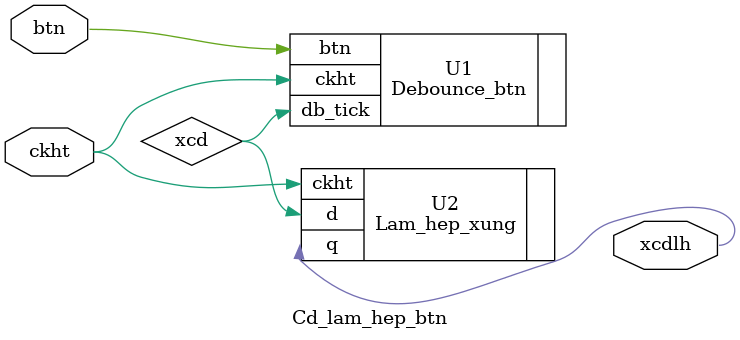
<source format=v>
`timescale 1ns / 1ps


module Cd_lam_hep_btn(
    input ckht, btn,
    output xcdlh
    );
wire xcd;   
Debounce_btn    U1  (
        .ckht(ckht),
        .btn(btn),
        .db_tick(xcd)
        );
Lam_hep_xung    U2  (
        .ckht(ckht),
        .d(xcd),
        .q(xcdlh)
        );
endmodule

</source>
